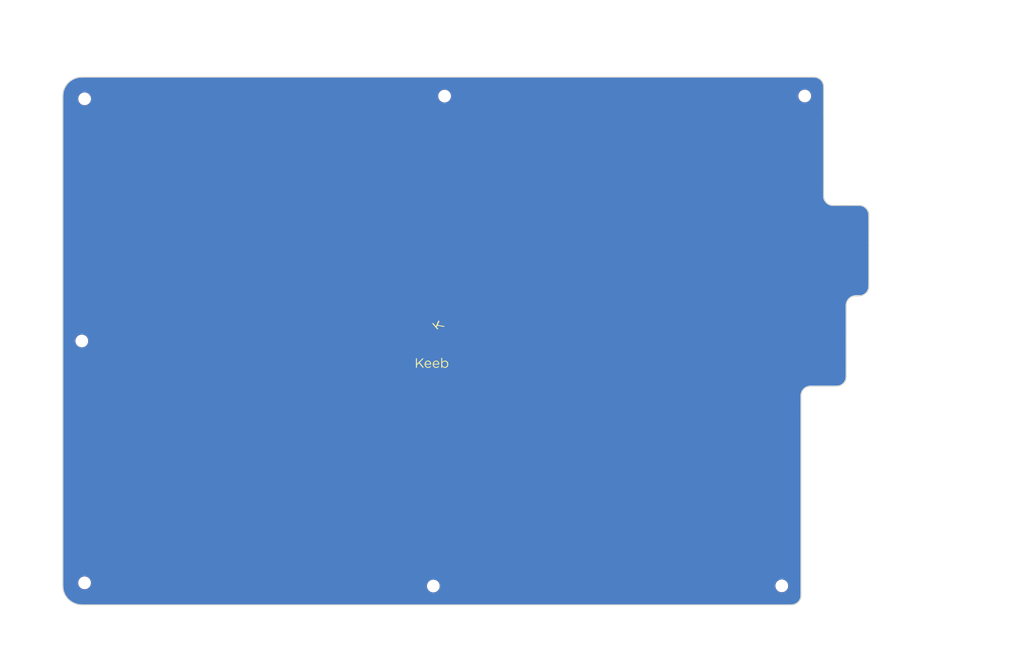
<source format=kicad_pcb>
(kicad_pcb (version 20221018) (generator pcbnew)
  (layers (0 "F.Cu" signal) (31 "B.Cu" signal) (34 "B.Paste" user) (35 "F.Paste" user) (36 "B.SilkS" user "B.Silkscreen") (37 "F.SilkS" user "F.Silkscreen") (38 "B.Mask" user) (39 "F.Mask" user) (44 "Edge.Cuts" user))
  (net 0 "")
  (footprint "Keebio-Art:Keebio-TwoTone" (layer "F.Cu") (at 98 73.86)
    (fp_text reference "G***" hide)
    (fp_text value "LOGO" hide)
  )
  (footprint "Mounting_Holes:MountingHole_2.2mm_M2" (layer "B.Cu") (at 175.22 22.21 180)
    (fp_text reference "REF**" hide)
    (fp_text value "MountingHole_2.2mm_M2" hide)
    (pad "" np_thru_hole circle (at 0 0 180) (size 2.2 2.2) (drill 2.2) (layers "*.Cu" "*.Mask"))
  )
  (footprint "Mounting_Holes:MountingHole_2.2mm_M2" (layer "B.Cu") (at 170.38 125.49 180)
    (fp_text reference "REF**" hide)
    (fp_text value "MountingHole_2.2mm_M2" hide)
    (pad "" np_thru_hole circle (at 0 0 180) (size 2.2 2.2) (drill 2.2) (layers "*.Cu" "*.Mask"))
  )
  (footprint "Mounting_Holes:MountingHole_2.2mm_M2" (layer "B.Cu") (at 96.92 125.53 180)
    (fp_text reference "REF**" hide)
    (fp_text value "MountingHole_2.2mm_M2" hide)
    (pad "" np_thru_hole circle (at 0 0 180) (size 2.2 2.2) (drill 2.2) (layers "*.Cu" "*.Mask"))
  )
  (footprint "Mounting_Holes:MountingHole_2.2mm_M2" (layer "B.Cu") (at 23.38 124.86 180)
    (fp_text reference "REF**" hide)
    (fp_text value "MountingHole_2.2mm_M2" hide)
    (pad "" np_thru_hole circle (at 0 0 180) (size 2.2 2.2) (drill 2.2) (layers "*.Cu" "*.Mask"))
  )
  (footprint "Mounting_Holes:MountingHole_2.2mm_M2" (layer "B.Cu") (at 22.8 73.86 180)
    (fp_text reference "REF**" hide)
    (fp_text value "MountingHole_2.2mm_M2" hide)
    (pad "" np_thru_hole circle (at 0 0 180) (size 2.2 2.2) (drill 2.2) (layers "*.Cu" "*.Mask"))
  )
  (footprint "Mounting_Holes:MountingHole_2.2mm_M2" (layer "B.Cu") (at 23.39 22.81 180)
    (fp_text reference "REF**" hide)
    (fp_text value "MountingHole_2.2mm_M2" hide)
    (pad "" np_thru_hole circle (at 0 0 180) (size 2.2 2.2) (drill 2.2) (layers "*.Cu" "*.Mask"))
  )
  (footprint "Mounting_Holes:MountingHole_2.2mm_M2" (layer "B.Cu") (at 99.29 22.23 180)
    (fp_text reference "REF**" hide)
    (fp_text value "MountingHole_2.2mm_M2" hide)
    (pad "" np_thru_hole circle (at 0 0 180) (size 2.2 2.2) (drill 2.2) (layers "*.Cu" "*.Mask"))
  )
  (gr_line (start 179.194115 21.424505) (end 179.194115 21.736417) (stroke (width 0.2)) (layer "Edge.Cuts"))
  (gr_line (start 186.3256 45.285018) (end 186.491101 45.285018) (stroke (width 0.2)) (layer "Edge.Cuts"))
  (gr_line (start 19.763478 19.624332) (end 19.637735 19.777661) (stroke (width 0.2)) (layer "Edge.Cuts"))
  (gr_line (start 187.920685 45.685876) (end 188.018542 45.76441) (stroke (width 0.2)) (layer "Edge.Cuts"))
  (gr_line (start 188.680334 62.730102) (end 188.650733 62.856311) (stroke (width 0.2)) (layer "Edge.Cuts"))
  (gr_line (start 186.279951 64.335018) (end 186.234247 64.335018) (stroke (width 0.2)) (layer "Edge.Cuts"))
  (gr_line (start 174.387868 127.900649) (end 174.406583 127.799178) (stroke (width 0.2)) (layer "Edge.Cuts"))
  (gr_line (start 174.264012 128.286565) (end 174.302049 128.193358) (stroke (width 0.2)) (layer "Edge.Cuts"))
  (gr_line (start 188.719352 57.734389) (end 188.719352 58.568959) (stroke (width 0.2)) (layer "Edge.Cuts"))
  (gr_line (start 178.709442 18.929669) (end 178.642914 18.856246) (stroke (width 0.2)) (layer "Edge.Cuts"))
  (gr_line (start 21.0094 18.65426) (end 20.832909 18.747995) (stroke (width 0.2)) (layer "Edge.Cuts"))
  (gr_line (start 172.745295 129.460467) (end 172.846766 129.441752) (stroke (width 0.2)) (layer "Edge.Cuts"))
  (gr_line (start 181.126741 45.283905) (end 181.20091 45.285018) (stroke (width 0.2)) (layer "Edge.Cuts"))
  (gr_line (start 184.396247 65.084114) (end 184.320754 65.18445) (stroke (width 0.2)) (layer "Edge.Cuts"))
  (gr_line (start 181.950057 83.385018) (end 181.897274 83.385018) (stroke (width 0.2)) (layer "Edge.Cuts"))
  (gr_line (start 176.825806 83.385018) (end 176.66032 83.385018) (stroke (width 0.2)) (layer "Edge.Cuts"))
  (gr_line (start 180.72065 83.385018) (end 180.423301 83.385018) (stroke (width 0.2)) (layer "Edge.Cuts"))
  (gr_line (start 188.424668 46.239536) (end 188.487301 46.349092) (stroke (width 0.2)) (layer "Edge.Cuts"))
  (gr_line (start 179.194115 27.749313) (end 179.194115 28.426971) (stroke (width 0.2)) (layer "Edge.Cuts"))
  (gr_line (start 174.43211 86.610619) (end 174.43211 87.717073) (stroke (width 0.2)) (layer "Edge.Cuts"))
  (gr_line (start 179.194115 30.050104) (end 179.194115 30.967753) (stroke (width 0.2)) (layer "Edge.Cuts"))
  (gr_line (start 186.919714 64.325105) (end 186.786704 64.333905) (stroke (width 0.2)) (layer "Edge.Cuts"))
  (gr_line (start 188.719352 62.33501) (end 188.714923 62.469171) (stroke (width 0.2)) (layer "Edge.Cuts"))
  (gr_line (start 183.805841 82.148819) (end 183.753588 82.264558) (stroke (width 0.2)) (layer "Edge.Cuts"))
  (gr_line (start 172.946378 129.417999) (end 173.043994 129.389346) (stroke (width 0.2)) (layer "Edge.Cuts"))
  (gr_line (start 179.194115 39.018491) (end 179.194115 39.904837) (stroke (width 0.2)) (layer "Edge.Cuts"))
  (gr_line (start 187.970242 63.895635) (end 187.869905 63.97113) (stroke (width 0.2)) (layer "Edge.Cuts"))
  (gr_line (start 18.816145 125.906974) (end 18.843222 126.113358) (stroke (width 0.2)) (layer "Edge.Cuts"))
  (gr_line (start 186.507694 64.335018) (end 186.464323 64.335018) (stroke (width 0.2)) (layer "Edge.Cuts"))
  (gr_line (start 176.037005 83.424035) (end 175.910796 83.453635) (stroke (width 0.2)) (layer "Edge.Cuts"))
  (gr_line (start 188.719352 61.262504) (end 188.719352 61.713305) (stroke (width 0.2)) (layer "Edge.Cuts"))
  (gr_line (start 180.735522 45.232195) (end 180.863231 45.257776) (stroke (width 0.2)) (layer "Edge.Cuts"))
  (gr_line (start 186.122904 45.285018) (end 186.3256 45.285018) (stroke (width 0.2)) (layer "Edge.Cuts"))
  (gr_line (start 177.300325 18.237783) (end 177.194108 18.235011) (stroke (width 0.2)) (layer "Edge.Cuts"))
  (gr_line (start 186.108022 64.335018) (end 186.071651 64.335018) (stroke (width 0.2)) (layer "Edge.Cuts"))
  (gr_line (start 19.637735 127.942339) (end 19.763478 128.09567) (stroke (width 0.2)) (layer "Edge.Cuts"))
  (gr_line (start 20.832909 128.972013) (end 21.0094 129.065749) (stroke (width 0.2)) (layer "Edge.Cuts"))
  (gr_line (start 179.191343 20.128779) (end 179.183118 20.024006) (stroke (width 0.2)) (layer "Edge.Cuts"))
  (gr_line (start 176.458957 83.385018) (end 176.432096 83.385018) (stroke (width 0.2)) (layer "Edge.Cuts"))
  (gr_line (start 174.43211 125.745874) (end 174.43211 126.689151) (stroke (width 0.2)) (layer "Edge.Cuts"))
  (gr_line (start 20.036621 19.337395) (end 19.896532 19.477484) (stroke (width 0.2)) (layer "Edge.Cuts"))
  (gr_line (start 174.43211 94.805247) (end 174.43211 97.071116) (stroke (width 0.2)) (layer "Edge.Cuts"))
  (gr_line (start 177.90247 18.364078) (end 177.806989 18.330665) (stroke (width 0.2)) (layer "Edge.Cuts"))
  (gr_line (start 173.580015 129.122282) (end 173.659783 129.063203) (stroke (width 0.2)) (layer "Edge.Cuts"))
  (gr_line (start 183.956873 76.784389) (end 183.956873 77.618959) (stroke (width 0.2)) (layer "Edge.Cuts"))
  (gr_line (start 183.966785 66.134634) (end 183.957986 66.267644) (stroke (width 0.2)) (layer "Edge.Cuts"))
  (gr_line (start 179.194115 32.945656) (end 179.194115 33.978084) (stroke (width 0.2)) (layer "Edge.Cuts"))
  (gr_line (start 18.799695 125.697425) (end 18.816145 125.906974) (stroke (width 0.2)) (layer "Edge.Cuts"))
  (gr_line (start 179.194115 31.937575) (end 179.194115 32.945656) (stroke (width 0.2)) (layer "Edge.Cuts"))
  (gr_line (start 174.43211 101.954971) (end 174.43211 104.504252) (stroke (width 0.2)) (layer "Edge.Cuts"))
  (gr_line (start 179.169579 19.920815) (end 179.150864 19.819344) (stroke (width 0.2)) (layer "Edge.Cuts"))
  (gr_line (start 186.621319 64.335018) (end 186.586814 64.335018) (stroke (width 0.2)) (layer "Edge.Cuts"))
  (gr_line (start 175.787798 83.491065) (end 175.66829 83.536047) (stroke (width 0.2)) (layer "Edge.Cuts"))
  (gr_line (start 19.637735 19.777661) (end 19.519579 19.937196) (stroke (width 0.2)) (layer "Edge.Cuts"))
  (gr_line (start 187.65526 64.102967) (end 187.541512 64.15875) (stroke (width 0.2)) (layer "Edge.Cuts"))
  (gr_line (start 188.719352 60.710389) (end 188.719352 61.262504) (stroke (width 0.2)) (layer "Edge.Cuts"))
  (gr_line (start 179.211643 43.550961) (end 179.233132 43.680102) (stroke (width 0.2)) (layer "Edge.Cuts"))
  (gr_line (start 181.466183 83.385018) (end 181.2466 83.385018) (stroke (width 0.2)) (layer "Edge.Cuts"))
  (gr_line (start 19.519579 127.782804) (end 19.637735 127.942339) (stroke (width 0.2)) (layer "Edge.Cuts"))
  (gr_line (start 179.194115 27.179478) (end 179.194115 27.749313) (stroke (width 0.2)) (layer "Edge.Cuts"))
  (gr_line (start 179.194115 25.192132) (end 179.194115 25.463652) (stroke (width 0.2)) (layer "Edge.Cuts"))
  (gr_line (start 183.753588 82.264558) (end 183.694345 82.376246) (stroke (width 0.2)) (layer "Edge.Cuts"))
  (gr_line (start 179.194115 40.718142) (end 179.194115 41.444494) (stroke (width 0.2)) (layer "Edge.Cuts"))
  (gr_line (start 183.107427 83.02113) (end 183.002339 83.090334) (stroke (width 0.2)) (layer "Edge.Cuts"))
  (gr_line (start 185.312561 64.441065) (end 185.193053 64.486047) (stroke (width 0.2)) (layer "Edge.Cuts"))
  (gr_line (start 183.957986 66.267644) (end 183.956873 66.353552) (stroke (width 0.2)) (layer "Edge.Cuts"))
  (gr_line (start 19.519579 19.937196) (end 19.409287 20.102659) (stroke (width 0.2)) (layer "Edge.Cuts"))
  (gr_line (start 185.960566 64.335018) (end 185.956859 64.335018) (stroke (width 0.2)) (layer "Edge.Cuts"))
  (gr_line (start 184.709294 45.285018) (end 185.030338 45.285018) (stroke (width 0.2)) (layer "Edge.Cuts"))
  (gr_line (start 22.165759 18.284082) (end 21.962818 18.321511) (stroke (width 0.2)) (layer "Edge.Cuts"))
  (gr_line (start 179.757911 44.676894) (end 179.847906 44.76413) (stroke (width 0.2)) (layer "Edge.Cuts"))
  (gr_line (start 188.650733 62.856311) (end 188.613301 62.979311) (stroke (width 0.2)) (layer "Edge.Cuts"))
  (gr_line (start 181.796029 83.385018) (end 181.650829 83.385018) (stroke (width 0.2)) (layer "Edge.Cuts"))
  (gr_line (start 20.661794 128.86986) (end 20.832909 128.972013) (stroke (width 0.2)) (layer "Edge.Cuts"))
  (gr_line (start 186.786704 64.333905) (end 186.718405 64.335018) (stroke (width 0.2)) (layer "Edge.Cuts"))
  (gr_line (start 183.477472 82.684208) (end 183.393066 82.776894) (stroke (width 0.2)) (layer "Edge.Cuts"))
  (gr_line (start 174.00932 128.713667) (end 174.068399 128.633899) (stroke (width 0.2)) (layer "Edge.Cuts"))
  (gr_line (start 179.194115 21.138296) (end 179.194115 21.424505) (stroke (width 0.2)) (layer "Edge.Cuts"))
  (gr_line (start 179.098458 19.622117) (end 179.065045 19.526637) (stroke (width 0.2)) (layer "Edge.Cuts"))
  (gr_line (start 186.719345 45.285018) (end 186.853505 45.289446) (stroke (width 0.2)) (layer "Edge.Cuts"))
  (gr_line (start 186.464323 64.335018) (end 186.419241 64.335018) (stroke (width 0.2)) (layer "Edge.Cuts"))
  (gr_line (start 179.194115 20.234996) (end 179.191343 20.128779) (stroke (width 0.2)) (layer "Edge.Cuts"))
  (gr_line (start 180.423301 83.385018) (end 180.109046 83.385018) (stroke (width 0.2)) (layer "Edge.Cuts"))
  (gr_line (start 183.956873 77.618959) (end 183.956873 78.401335) (stroke (width 0.2)) (layer "Edge.Cuts"))
  (gr_line (start 186.71112 64.335018) (end 186.697147 64.335018) (stroke (width 0.2)) (layer "Edge.Cuts"))
  (gr_line (start 184.043245 65.751786) (end 184.009694 65.876425) (stroke (width 0.2)) (layer "Edge.Cuts"))
  (gr_line (start 177.806989 18.330665) (end 177.709373 18.302013) (stroke (width 0.2)) (layer "Edge.Cuts"))
  (gr_line (start 21.0094 129.065749) (end 21.19099 129.150792) (stroke (width 0.2)) (layer "Edge.Cuts"))
  (gr_line (start 175.440865 83.64754) (end 175.333509 83.713493) (stroke (width 0.2)) (layer "Edge.Cuts"))
  (gr_line (start 181.354951 45.285018) (end 181.500164 45.285018) (stroke (width 0.2)) (layer "Edge.Cuts"))
  (gr_line (start 182.287736 83.357776) (end 182.157236 83.375105) (stroke (width 0.2)) (layer "Edge.Cuts"))
  (gr_line (start 179.194115 42.580687) (end 179.194115 42.962703) (stroke (width 0.2)) (layer "Edge.Cuts"))
  (gr_line (start 179.194115 20.662575) (end 179.194115 20.882688) (stroke (width 0.2)) (layer "Edge.Cuts"))
  (gr_line (start 19.763478 128.09567) (end 19.896532 128.242518) (stroke (width 0.2)) (layer "Edge.Cuts"))
  (gr_line (start 174.43211 99.465808) (end 174.43211 101.954971) (stroke (width 0.2)) (layer "Edge.Cuts"))
  (gr_line (start 21.19099 18.569218) (end 21.0094 18.65426) (stroke (width 0.2)) (layer "Edge.Cuts"))
  (gr_line (start 180.996586 83.385018) (end 180.72065 83.385018) (stroke (width 0.2)) (layer "Edge.Cuts"))
  (gr_line (start 188.279969 46.034114) (end 188.355464 46.13445) (stroke (width 0.2)) (layer "Edge.Cuts"))
  (gr_line (start 179.194115 23.510174) (end 179.194115 23.873493) (stroke (width 0.2)) (layer "Edge.Cuts"))
  (gr_line (start 188.719352 54.119798) (end 188.719352 55.040332) (stroke (width 0.2)) (layer "Edge.Cuts"))
  (gr_line (start 179.194115 38.073016) (end 179.194115 39.018491) (stroke (width 0.2)) (layer "Edge.Cuts"))
  (gr_line (start 180.993731 45.275105) (end 181.126741 45.283905) (stroke (width 0.2)) (layer "Edge.Cuts"))
  (gr_line (start 18.843222 126.113358) (end 18.880651 126.316301) (stroke (width 0.2)) (layer "Edge.Cuts"))
  (gr_line (start 174.459351 85.054134) (end 174.442022 85.184634) (stroke (width 0.2)) (layer "Edge.Cuts"))
  (gr_line (start 178.499444 18.719674) (end 178.422778 18.656802) (stroke (width 0.2)) (layer "Edge.Cuts"))
  (gr_line (start 178.886541 19.168832) (end 178.831394 19.086101) (stroke (width 0.2)) (layer "Edge.Cuts"))
  (gr_line (start 19.409287 20.102659) (end 19.307135 20.273775) (stroke (width 0.2)) (layer "Edge.Cuts"))
  (gr_line (start 174.795991 84.23445) (end 174.726788 84.339536) (stroke (width 0.2)) (layer "Edge.Cuts"))
  (gr_line (start 179.194115 25.902655) (end 179.194115 26.060345) (stroke (width 0.2)) (layer "Edge.Cuts"))
  (gr_line (start 179.194115 20.882688) (end 179.194115 21.138296) (stroke (width 0.2)) (layer "Edge.Cuts"))
  (gr_line (start 177.028485 83.385018) (end 176.825806 83.385018) (stroke (width 0.2)) (layer "Edge.Cuts"))
  (gr_line (start 185.887522 45.285018) (end 186.122904 45.285018) (stroke (width 0.2)) (layer "Edge.Cuts"))
  (gr_line (start 174.43211 112.169271) (end 174.43211 114.615493) (stroke (width 0.2)) (layer "Edge.Cuts"))
  (gr_line (start 19.307135 20.273775) (end 19.2134 20.450267) (stroke (width 0.2)) (layer "Edge.Cuts"))
  (gr_line (start 185.030338 45.285018) (end 185.33673 45.285018) (stroke (width 0.2)) (layer "Edge.Cuts"))
  (gr_line (start 21.962818 18.321511) (end 21.763594 18.369016) (stroke (width 0.2)) (layer "Edge.Cuts"))
  (gr_line (start 174.43211 89.124115) (end 174.43211 90.797394) (stroke (width 0.2)) (layer "Edge.Cuts"))
  (gr_line (start 186.586814 64.335018) (end 186.548732 64.335018) (stroke (width 0.2)) (layer "Edge.Cuts"))
  (gr_line (start 183.956873 68.9509) (end 183.956873 69.702575) (stroke (width 0.2)) (layer "Edge.Cuts"))
  (gr_line (start 18.816145 21.813019) (end 18.799695 22.022567) (stroke (width 0.2)) (layer "Edge.Cuts"))
  (gr_line (start 173.736449 129.00033) (end 173.809873 128.933802) (stroke (width 0.2)) (layer "Edge.Cuts"))
  (gr_line (start 183.956873 80.312504) (end 183.956873 80.763305) (stroke (width 0.2)) (layer "Edge.Cuts"))
  (gr_line (start 174.433223 85.317644) (end 174.43211 85.43689) (stroke (width 0.2)) (layer "Edge.Cuts"))
  (gr_line (start 174.43211 121.146862) (end 174.43211 122.940377) (stroke (width 0.2)) (layer "Edge.Cuts"))
  (gr_line (start 22.372141 129.463009) (end 22.581688 129.479458) (stroke (width 0.2)) (layer "Edge.Cuts"))
  (gr_line (start 180.043547 44.92113) (end 180.148633 44.990334) (stroke (width 0.2)) (layer "Edge.Cuts"))
  (gr_line (start 183.956873 66.773139) (end 183.956873 67.168677) (stroke (width 0.2)) (layer "Edge.Cuts"))
  (gr_line (start 179.127111 19.719732) (end 179.098458 19.622117) (stroke (width 0.2)) (layer "Edge.Cuts"))
  (gr_line (start 174.068399 128.633899) (end 174.123546 128.551166) (stroke (width 0.2)) (layer "Edge.Cuts"))
  (gr_line (start 183.952445 81.519171) (end 183.939345 81.650961) (stroke (width 0.2)) (layer "Edge.Cuts"))
  (gr_line (start 176.297935 83.389446) (end 176.166145 83.402545) (stroke (width 0.2)) (layer "Edge.Cuts"))
  (gr_line (start 175.910796 83.453635) (end 175.787798 83.491065) (stroke (width 0.2)) (layer "Edge.Cuts"))
  (gr_line (start 20.336797 19.078596) (end 20.183468 19.20434) (stroke (width 0.2)) (layer "Edge.Cuts"))
  (gr_line (start 176.166145 83.402545) (end 176.037005 83.424035) (stroke (width 0.2)) (layer "Edge.Cuts"))
  (gr_line (start 186.718405 64.335018) (end 186.71112 64.335018) (stroke (width 0.2)) (layer "Edge.Cuts"))
  (gr_line (start 179.456638 44.276246) (end 179.52259 44.383604) (stroke (width 0.2)) (layer "Edge.Cuts"))
  (gr_line (start 188.719352 50.652575) (end 188.719352 51.462583) (stroke (width 0.2)) (layer "Edge.Cuts"))
  (gr_line (start 21.763594 129.350996) (end 21.962818 129.398501) (stroke (width 0.2)) (layer "Edge.Cuts"))
  (gr_line (start 172.53733 129.482231) (end 172.642103 129.474006) (stroke (width 0.2)) (layer "Edge.Cuts"))
  (gr_line (start 19.052286 126.901721) (end 19.128358 127.088137) (stroke (width 0.2)) (layer "Edge.Cuts"))
  (gr_line (start 182.154463 45.285018) (end 182.430422 45.285018) (stroke (width 0.2)) (layer "Edge.Cuts"))
  (gr_line (start 179.847906 44.76413) (end 179.943211 44.845635) (stroke (width 0.2)) (layer "Edge.Cuts"))
  (gr_line (start 172.846766 129.441752) (end 172.946378 129.417999) (stroke (width 0.2)) (layer "Edge.Cuts"))
  (gr_line (start 184.009694 65.876425) (end 183.984114 66.004134) (stroke (width 0.2)) (layer "Edge.Cuts"))
  (gr_line (start 185.822698 64.339446) (end 185.690908 64.352545) (stroke (width 0.2)) (layer "Edge.Cuts"))
  (gr_line (start 174.43211 116.950067) (end 174.43211 119.138642) (stroke (width 0.2)) (layer "Edge.Cuts"))
  (gr_line (start 178.773134 83.385018) (end 178.441974 83.385018) (stroke (width 0.2)) (layer "Edge.Cuts"))
  (gr_line (start 184.564986 64.898814) (end 184.477751 64.988809) (stroke (width 0.2)) (layer "Edge.Cuts"))
  (gr_line (start 179.194115 43.202115) (end 179.194115 43.28501) (stroke (width 0.2)) (layer "Edge.Cuts"))
  (gr_line (start 186.039168 64.335018) (end 186.011196 64.335018) (stroke (width 0.2)) (layer "Edge.Cuts"))
  (gr_line (start 178.441974 83.385018) (end 178.120957 83.385018) (stroke (width 0.2)) (layer "Edge.Cuts"))
  (gr_line (start 21.19099 129.150792) (end 21.377404 129.226865) (stroke (width 0.2)) (layer "Edge.Cuts"))
  (gr_line (start 179.194115 35.020947) (end 179.194115 36.060332) (stroke (width 0.2)) (layer "Edge.Cuts"))
  (gr_line (start 177.709373 18.302013) (end 177.609761 18.278261) (stroke (width 0.2)) (layer "Edge.Cuts"))
  (gr_line (start 174.43211 85.43689) (end 174.43211 85.839107) (stroke (width 0.2)) (layer "Edge.Cuts"))
  (gr_line (start 178.772315 19.006334) (end 178.709442 18.929669) (stroke (width 0.2)) (layer "Edge.Cuts"))
  (gr_line (start 188.719352 56.859908) (end 188.719352 57.734389) (stroke (width 0.2)) (layer "Edge.Cuts"))
  (gr_line (start 179.300163 43.929311) (end 179.345144 44.048819) (stroke (width 0.2)) (layer "Edge.Cuts"))
  (gr_line (start 179.194115 39.904837) (end 179.194115 40.718142) (stroke (width 0.2)) (layer "Edge.Cuts"))
  (gr_line (start 188.719352 53.208475) (end 188.719352 54.119798) (stroke (width 0.2)) (layer "Edge.Cuts"))
  (gr_line (start 188.719352 49.9009) (end 188.719352 50.652575) (stroke (width 0.2)) (layer "Edge.Cuts"))
  (gr_line (start 174.406583 127.799178) (end 174.420123 127.695986) (stroke (width 0.2)) (layer "Edge.Cuts"))
  (gr_line (start 183.956873 80.763305) (end 183.956873 81.10051) (stroke (width 0.2)) (layer "Edge.Cuts"))
  (gr_line (start 185.690908 64.352545) (end 185.561769 64.374035) (stroke (width 0.2)) (layer "Edge.Cuts"))
  (gr_line (start 184.378105 45.285018) (end 184.709294 45.285018) (stroke (width 0.2)) (layer "Edge.Cuts"))
  (gr_line (start 183.956873 73.169798) (end 183.956873 74.090332) (stroke (width 0.2)) (layer "Edge.Cuts"))
  (gr_line (start 186.071651 64.335018) (end 186.039168 64.335018) (stroke (width 0.2)) (layer "Edge.Cuts"))
  (gr_line (start 183.556007 82.586351) (end 183.477472 82.684208) (stroke (width 0.2)) (layer "Edge.Cuts"))
  (gr_line (start 186.985296 45.302545) (end 187.114436 45.324035) (stroke (width 0.2)) (layer "Edge.Cuts"))
  (gr_line (start 184.084485 65.630497) (end 184.043245 65.751786) (stroke (width 0.2)) (layer "Edge.Cuts"))
  (gr_line (start 188.516067 63.214558) (end 188.456823 63.326246) (stroke (width 0.2)) (layer "Edge.Cuts"))
  (gr_line (start 172.642103 129.474006) (end 172.745295 129.460467) (stroke (width 0.2)) (layer "Edge.Cuts"))
  (gr_line (start 180.610883 45.198644) (end 180.735522 45.232195) (stroke (width 0.2)) (layer "Edge.Cuts"))
  (gr_line (start 180.109046 83.385018) (end 179.782394 83.385018) (stroke (width 0.2)) (layer "Edge.Cuts"))
  (gr_line (start 188.018542 45.76441) (end 188.111228 45.848814) (stroke (width 0.2)) (layer "Edge.Cuts"))
  (gr_line (start 185.077316 64.538298) (end 184.965629 64.59754) (stroke (width 0.2)) (layer "Edge.Cuts"))
  (gr_line (start 185.971273 64.335018) (end 185.960566 64.335018) (stroke (width 0.2)) (layer "Edge.Cuts"))
  (gr_line (start 183.939345 81.650961) (end 183.917855 81.780102) (stroke (width 0.2)) (layer "Edge.Cuts"))
  (gr_line (start 185.561769 64.374035) (end 185.43556 64.403635) (stroke (width 0.2)) (layer "Edge.Cuts"))
  (gr_line (start 183.956873 79.119239) (end 183.956873 79.760389) (stroke (width 0.2)) (layer "Edge.Cuts"))
  (gr_line (start 186.011196 64.335018) (end 185.988357 64.335018) (stroke (width 0.2)) (layer "Edge.Cuts"))
  (gr_line (start 188.39087 63.433604) (end 188.318485 63.536351) (stroke (width 0.2)) (layer "Edge.Cuts"))
  (gr_line (start 179.194115 20.234996) (end 179.194115 20.264168) (stroke (width 0.2)) (layer "Edge.Cuts"))
  (gr_line (start 19.307135 127.446222) (end 19.409287 127.617339) (stroke (width 0.2)) (layer "Edge.Cuts"))
  (gr_line (start 179.194115 26.418924) (end 179.194115 26.731377) (stroke (width 0.2)) (layer "Edge.Cuts"))
  (gr_line (start 176.536534 83.385018) (end 176.458957 83.385018) (stroke (width 0.2)) (layer "Edge.Cuts"))
  (gr_line (start 187.114436 45.324035) (end 187.240645 45.353635) (stroke (width 0.2)) (layer "Edge.Cuts"))
  (gr_line (start 183.368759 45.285018) (end 183.703329 45.285018) (stroke (width 0.2)) (layer "Edge.Cuts"))
  (gr_line (start 173.411724 129.228506) (end 173.497283 129.177429) (stroke (width 0.2)) (layer "Edge.Cuts"))
  (gr_line (start 175.333509 83.713493) (end 175.230763 83.785876) (stroke (width 0.2)) (layer "Edge.Cuts"))
  (gr_line (start 180.489595 45.157403) (end 180.610883 45.198644) (stroke (width 0.2)) (layer "Edge.Cuts"))
  (gr_line (start 179.194115 24.569532) (end 179.194115 24.89246) (stroke (width 0.2)) (layer "Edge.Cuts"))
  (gr_line (start 179.194115 25.463652) (end 179.194115 25.702125) (stroke (width 0.2)) (layer "Edge.Cuts"))
  (gr_line (start 174.43211 109.645755) (end 174.43211 112.169271) (stroke (width 0.2)) (layer "Edge.Cuts"))
  (gr_line (start 183.956873 74.090332) (end 183.956873 75.007795) (stroke (width 0.2)) (layer "Edge.Cuts"))
  (gr_line (start 177.995677 18.402114) (end 177.90247 18.364078) (stroke (width 0.2)) (layer "Edge.Cuts"))
  (gr_line (start 21.763594 18.369016) (end 21.568364 18.42632) (stroke (width 0.2)) (layer "Edge.Cuts"))
  (gr_line (start 183.30307 82.86413) (end 183.207764 82.945635) (stroke (width 0.2)) (layer "Edge.Cuts"))
  (gr_line (start 178.086473 18.444635) (end 177.995677 18.402114) (stroke (width 0.2)) (layer "Edge.Cuts"))
  (gr_line (start 188.719352 47.723139) (end 188.719352 48.118677) (stroke (width 0.2)) (layer "Edge.Cuts"))
  (gr_line (start 185.623961 45.285018) (end 185.887522 45.285018) (stroke (width 0.2)) (layer "Edge.Cuts"))
  (gr_line (start 178.572868 18.786201) (end 178.499444 18.719674) (stroke (width 0.2)) (layer "Edge.Cuts"))
  (gr_line (start 188.719352 47.303552) (end 188.719352 47.447337) (stroke (width 0.2)) (layer "Edge.Cuts"))
  (gr_line (start 187.869905 63.97113) (end 187.764818 64.040334) (stroke (width 0.2)) (layer "Edge.Cuts"))
  (gr_line (start 188.719352 49.219838) (end 188.719352 49.9009) (stroke (width 0.2)) (layer "Edge.Cuts"))
  (gr_line (start 188.111228 45.848814) (end 188.198464 45.938809) (stroke (width 0.2)) (layer "Edge.Cuts"))
  (gr_line (start 174.43211 122.940377) (end 174.43211 124.484831) (stroke (width 0.2)) (layer "Edge.Cuts"))
  (gr_line (start 181.904428 45.285018) (end 182.154463 45.285018) (stroke (width 0.2)) (layer "Edge.Cuts"))
  (gr_line (start 179.594973 44.486351) (end 179.673507 44.584208) (stroke (width 0.2)) (layer "Edge.Cuts"))
  (gr_line (start 179.027008 19.43343) (end 178.984486 19.342635) (stroke (width 0.2)) (layer "Edge.Cuts"))
  (gr_line (start 178.120957 83.385018) (end 177.814591 83.385018) (stroke (width 0.2)) (layer "Edge.Cuts"))
  (gr_line (start 18.799695 22.022567) (end 18.794151 22.235003) (stroke (width 0.2)) (layer "Edge.Cuts"))
  (gr_line (start 179.194115 22.777415) (end 179.194115 23.143183) (stroke (width 0.2)) (layer "Edge.Cuts"))
  (gr_line (start 174.43211 127.280309) (end 174.43211 127.484996) (stroke (width 0.2)) (layer "Edge.Cuts"))
  (gr_line (start 188.719352 51.462583) (end 188.719352 52.318643) (stroke (width 0.2)) (layer "Edge.Cuts"))
  (gr_line (start 187.541512 64.15875) (end 187.423853 64.207403) (stroke (width 0.2)) (layer "Edge.Cuts"))
  (gr_line (start 184.320754 65.18445) (end 184.251551 65.289536) (stroke (width 0.2)) (layer "Edge.Cuts"))
  (gr_line (start 188.719352 55.040332) (end 188.719352 55.957795) (stroke (width 0.2)) (layer "Edge.Cuts"))
  (gr_line (start 188.714923 62.469171) (end 188.701824 62.600961) (stroke (width 0.2)) (layer "Edge.Cuts"))
  (gr_line (start 183.694345 82.376246) (end 183.628391 82.483604) (stroke (width 0.2)) (layer "Edge.Cuts"))
  (gr_line (start 20.183468 128.515665) (end 20.336797 128.641409) (stroke (width 0.2)) (layer "Edge.Cuts"))
  (gr_line (start 188.613301 62.979311) (end 188.568319 63.098819) (stroke (width 0.2)) (layer "Edge.Cuts"))
  (gr_line (start 174.664156 84.449092) (end 174.608374 84.56284) (stroke (width 0.2)) (layer "Edge.Cuts"))
  (gr_line (start 186.189942 64.335018) (end 186.14766 64.335018) (stroke (width 0.2)) (layer "Edge.Cuts"))
  (gr_line (start 178.831394 19.086101) (end 178.772315 19.006334) (stroke (width 0.2)) (layer "Edge.Cuts"))
  (gr_line (start 179.194115 28.426971) (end 179.194115 29.198539) (stroke (width 0.2)) (layer "Edge.Cuts"))
  (gr_line (start 179.233132 43.680102) (end 179.262732 43.806311) (stroke (width 0.2)) (layer "Edge.Cuts"))
  (gr_line (start 174.518481 84.801786) (end 174.484931 84.926425) (stroke (width 0.2)) (layer "Edge.Cuts"))
  (gr_line (start 178.937618 19.254389) (end 178.886541 19.168832) (stroke (width 0.2)) (layer "Edge.Cuts"))
  (gr_line (start 183.042079 45.285018) (end 183.368759 45.285018) (stroke (width 0.2)) (layer "Edge.Cuts"))
  (gr_line (start 177.263847 83.385018) (end 177.028485 83.385018) (stroke (width 0.2)) (layer "Edge.Cuts"))
  (gr_line (start 177.194108 18.235011) (end 22.794122 18.235011) (stroke (width 0.2)) (layer "Edge.Cuts"))
  (gr_line (start 188.719352 48.62167) (end 188.719352 49.219838) (stroke (width 0.2)) (layer "Edge.Cuts"))
  (gr_line (start 19.128358 20.631859) (end 19.052286 20.818273) (stroke (width 0.2)) (layer "Edge.Cuts"))
  (gr_line (start 184.657671 64.81441) (end 184.564986 64.898814) (stroke (width 0.2)) (layer "Edge.Cuts"))
  (gr_line (start 179.194115 20.482853) (end 179.194115 20.662575) (stroke (width 0.2)) (layer "Edge.Cuts"))
  (gr_line (start 173.659783 129.063203) (end 173.736449 129.00033) (stroke (width 0.2)) (layer "Edge.Cuts"))
  (gr_line (start 188.69211 46.954134) (end 188.70944 47.084634) (stroke (width 0.2)) (layer "Edge.Cuts"))
  (gr_line (start 182.779033 83.20875) (end 182.661374 83.257403) (stroke (width 0.2)) (layer "Edge.Cuts"))
  (gr_line (start 18.880651 21.403692) (end 18.843222 21.606635) (stroke (width 0.2)) (layer "Edge.Cuts"))
  (gr_line (start 177.609761 18.278261) (end 177.50829 18.259546) (stroke (width 0.2)) (layer "Edge.Cuts"))
  (gr_line (start 188.70944 47.084634) (end 188.718239 47.217644) (stroke (width 0.2)) (layer "Edge.Cuts"))
  (gr_line (start 185.33673 45.285018) (end 185.623961 45.285018) (stroke (width 0.2)) (layer "Edge.Cuts"))
  (gr_line (start 188.543084 46.46284) (end 188.591737 46.580497) (stroke (width 0.2)) (layer "Edge.Cuts"))
  (gr_line (start 179.194115 26.060345) (end 179.194115 26.170299) (stroke (width 0.2)) (layer "Edge.Cuts"))
  (gr_line (start 21.568364 129.293692) (end 21.763594 129.350996) (stroke (width 0.2)) (layer "Edge.Cuts"))
  (gr_line (start 188.66653 46.826425) (end 188.69211 46.954134) (stroke (width 0.2)) (layer "Edge.Cuts"))
  (gr_line (start 178.984486 19.342635) (end 178.937618 19.254389) (stroke (width 0.2)) (layer "Edge.Cuts"))
  (gr_line (start 181.897274 83.385018) (end 181.796029 83.385018) (stroke (width 0.2)) (layer "Edge.Cuts"))
  (gr_line (start 20.496331 128.759567) (end 20.661794 128.86986) (stroke (width 0.2)) (layer "Edge.Cuts"))
  (gr_line (start 19.2134 127.269729) (end 19.307135 127.446222) (stroke (width 0.2)) (layer "Edge.Cuts"))
  (gr_line (start 188.719352 60.069239) (end 188.719352 60.710389) (stroke (width 0.2)) (layer "Edge.Cuts"))
  (gr_line (start 173.232682 129.317896) (end 173.323478 129.275374) (stroke (width 0.2)) (layer "Edge.Cuts"))
  (gr_line (start 179.194115 36.060332) (end 179.194115 37.082325) (stroke (width 0.2)) (layer "Edge.Cuts"))
  (gr_line (start 183.956873 78.401335) (end 183.956873 79.119239) (stroke (width 0.2)) (layer "Edge.Cuts"))
  (gr_line (start 179.194115 24.228244) (end 179.194115 24.569532) (stroke (width 0.2)) (layer "Edge.Cuts"))
  (gr_line (start 182.157236 83.375105) (end 182.024225 83.383905) (stroke (width 0.2)) (layer "Edge.Cuts"))
  (gr_line (start 182.540085 83.298644) (end 182.415446 83.332195) (stroke (width 0.2)) (layer "Edge.Cuts"))
  (gr_line (start 184.755526 64.735876) (end 184.657671 64.81441) (stroke (width 0.2)) (layer "Edge.Cuts"))
  (gr_line (start 186.677108 64.335018) (end 186.651624 64.335018) (stroke (width 0.2)) (layer "Edge.Cuts"))
  (gr_line (start 174.364116 128.000261) (end 174.387868 127.900649) (stroke (width 0.2)) (layer "Edge.Cuts"))
  (gr_line (start 185.956859 64.335018) (end 185.822698 64.339446) (stroke (width 0.2)) (layer "Edge.Cuts"))
  (gr_line (start 19.052286 20.818273) (end 18.98546 21.009235) (stroke (width 0.2)) (layer "Edge.Cuts"))
  (gr_line (start 180.863231 45.257776) (end 180.993731 45.275105) (stroke (width 0.2)) (layer "Edge.Cuts"))
  (gr_line (start 179.198543 43.419171) (end 179.211643 43.550961) (stroke (width 0.2)) (layer "Edge.Cuts"))
  (gr_line (start 173.139474 129.355933) (end 173.232682 129.317896) (stroke (width 0.2)) (layer "Edge.Cuts"))
  (gr_line (start 180.371937 45.10875) (end 180.489595 45.157403) (stroke (width 0.2)) (layer "Edge.Cuts"))
  (gr_line (start 172.431113 129.485003) (end 172.53733 129.482231) (stroke (width 0.2)) (layer "Edge.Cuts"))
  (gr_line (start 181.2466 83.385018) (end 180.996586 83.385018) (stroke (width 0.2)) (layer "Edge.Cuts"))
  (gr_line (start 174.302049 128.193358) (end 174.335463 128.097877) (stroke (width 0.2)) (layer "Edge.Cuts"))
  (gr_line (start 179.194115 42.962703) (end 179.194115 43.202115) (stroke (width 0.2)) (layer "Edge.Cuts"))
  (gr_line (start 18.98546 126.710759) (end 19.052286 126.901721) (stroke (width 0.2)) (layer "Edge.Cuts"))
  (gr_line (start 18.843222 21.606635) (end 18.816145 21.813019) (stroke (width 0.2)) (layer "Edge.Cuts"))
  (gr_line (start 179.345144 44.048819) (end 179.397396 44.164558) (stroke (width 0.2)) (layer "Edge.Cuts"))
  (gr_line (start 183.956873 69.702575) (end 183.956873 70.512583) (stroke (width 0.2)) (layer "Edge.Cuts"))
  (gr_line (start 187.817938 45.613493) (end 187.920685 45.685876) (stroke (width 0.2)) (layer "Edge.Cuts"))
  (gr_line (start 179.194115 37.082325) (end 179.194115 38.073016) (stroke (width 0.2)) (layer "Edge.Cuts"))
  (gr_line (start 181.500164 45.285018) (end 181.684825 45.285018) (stroke (width 0.2)) (layer "Edge.Cuts"))
  (gr_line (start 188.155545 63.726894) (end 188.065549 63.81413) (stroke (width 0.2)) (layer "Edge.Cuts"))
  (gr_line (start 188.719352 48.118677) (end 188.719352 48.62167) (stroke (width 0.2)) (layer "Edge.Cuts"))
  (gr_line (start 174.43211 97.071116) (end 174.43211 99.465808) (stroke (width 0.2)) (layer "Edge.Cuts"))
  (gr_line (start 179.194115 22.069136) (end 179.194115 22.417768) (stroke (width 0.2)) (layer "Edge.Cuts"))
  (gr_line (start 174.726788 84.339536) (end 174.664156 84.449092) (stroke (width 0.2)) (layer "Edge.Cuts"))
  (gr_line (start 179.447852 83.385018) (end 179.10993 83.385018) (stroke (width 0.2)) (layer "Edge.Cuts"))
  (gr_line (start 22.165759 129.435931) (end 22.372141 129.463009) (stroke (width 0.2)) (layer "Edge.Cuts"))
  (gr_line (start 187.598892 45.488298) (end 187.71058 45.54754) (stroke (width 0.2)) (layer "Edge.Cuts"))
  (gr_line (start 178.34301 18.597724) (end 178.260278 18.542578) (stroke (width 0.2)) (layer "Edge.Cuts"))
  (gr_line (start 188.632978 46.701786) (end 188.66653 46.826425) (stroke (width 0.2)) (layer "Edge.Cuts"))
  (gr_line (start 188.568319 63.098819) (end 188.516067 63.214558) (stroke (width 0.2)) (layer "Edge.Cuts"))
  (gr_line (start 22.581688 18.240555) (end 22.372141 18.257004) (stroke (width 0.2)) (layer "Edge.Cuts"))
  (gr_line (start 174.484931 84.926425) (end 174.459351 85.054134) (stroke (width 0.2)) (layer "Edge.Cuts"))
  (gr_line (start 179.194115 33.978084) (end 179.194115 35.020947) (stroke (width 0.2)) (layer "Edge.Cuts"))
  (gr_line (start 174.43211 119.138642) (end 174.43211 121.146862) (stroke (width 0.2)) (layer "Edge.Cuts"))
  (gr_line (start 188.719352 61.713305) (end 188.719352 62.05051) (stroke (width 0.2)) (layer "Edge.Cuts"))
  (gr_line (start 177.50829 18.259546) (end 177.405098 18.246007) (stroke (width 0.2)) (layer "Edge.Cuts"))
  (gr_line (start 173.497283 129.177429) (end 173.580015 129.122282) (stroke (width 0.2)) (layer "Edge.Cuts"))
  (gr_line (start 179.397396 44.164558) (end 179.456638 44.276246) (stroke (width 0.2)) (layer "Edge.Cuts"))
  (gr_line (start 186.37307 64.335018) (end 186.326433 64.335018) (stroke (width 0.2)) (layer "Edge.Cuts"))
  (gr_line (start 185.193053 64.486047) (end 185.077316 64.538298) (stroke (width 0.2)) (layer "Edge.Cuts"))
  (gr_line (start 188.487301 46.349092) (end 188.543084 46.46284) (stroke (width 0.2)) (layer "Edge.Cuts"))
  (gr_line (start 19.409287 127.617339) (end 19.519579 127.782804) (stroke (width 0.2)) (layer "Edge.Cuts"))
  (gr_line (start 179.194115 24.89246) (end 179.194115 25.192132) (stroke (width 0.2)) (layer "Edge.Cuts"))
  (gr_line (start 18.794151 125.484989) (end 18.799695 125.697425) (stroke (width 0.2)) (layer "Edge.Cuts"))
  (gr_line (start 179.065045 19.526637) (end 179.027008 19.43343) (stroke (width 0.2)) (layer "Edge.Cuts"))
  (gr_line (start 174.952988 84.038809) (end 174.871484 84.134114) (stroke (width 0.2)) (layer "Edge.Cuts"))
  (gr_line (start 179.194115 26.256031) (end 179.194115 26.418924) (stroke (width 0.2)) (layer "Edge.Cuts"))
  (gr_line (start 181.20091 45.285018) (end 181.253698 45.285018) (stroke (width 0.2)) (layer "Edge.Cuts"))
  (gr_line (start 184.477751 64.988809) (end 184.396247 65.084114) (stroke (width 0.2)) (layer "Edge.Cuts"))
  (gr_line (start 187.71058 45.54754) (end 187.817938 45.613493) (stroke (width 0.2)) (layer "Edge.Cuts"))
  (gr_line (start 178.422778 18.656802) (end 178.34301 18.597724) (stroke (width 0.2)) (layer "Edge.Cuts"))
  (gr_line (start 186.614897 45.285018) (end 186.692481 45.285018) (stroke (width 0.2)) (layer "Edge.Cuts"))
  (gr_line (start 179.10993 83.385018) (end 178.773134 83.385018) (stroke (width 0.2)) (layer "Edge.Cuts"))
  (gr_line (start 22.794122 18.235011) (end 22.581688 18.240555) (stroke (width 0.2)) (layer "Edge.Cuts"))
  (gr_line (start 181.684825 45.285018) (end 181.904428 45.285018) (stroke (width 0.2)) (layer "Edge.Cuts"))
  (gr_line (start 188.065549 63.81413) (end 187.970242 63.895635) (stroke (width 0.2)) (layer "Edge.Cuts"))
  (gr_line (start 179.194115 22.417768) (end 179.194115 22.777415) (stroke (width 0.2)) (layer "Edge.Cuts"))
  (gr_line (start 183.956873 75.007795) (end 183.956873 75.909908) (stroke (width 0.2)) (layer "Edge.Cuts"))
  (gr_line (start 179.194115 23.873493) (end 179.194115 24.228244) (stroke (width 0.2)) (layer "Edge.Cuts"))
  (gr_line (start 175.040223 83.948814) (end 174.952988 84.038809) (stroke (width 0.2)) (layer "Edge.Cuts"))
  (gr_line (start 183.956873 72.258475) (end 183.956873 73.169798) (stroke (width 0.2)) (layer "Edge.Cuts"))
  (gr_line (start 184.133137 65.51284) (end 184.084485 65.630497) (stroke (width 0.2)) (layer "Edge.Cuts"))
  (gr_line (start 182.727797 45.285018) (end 183.042079 45.285018) (stroke (width 0.2)) (layer "Edge.Cuts"))
  (gr_line (start 188.355464 46.13445) (end 188.424668 46.239536) (stroke (width 0.2)) (layer "Edge.Cuts"))
  (gr_line (start 176.432096 83.385018) (end 176.297935 83.389446) (stroke (width 0.2)) (layer "Edge.Cuts"))
  (gr_line (start 21.377404 18.493146) (end 21.19099 18.569218) (stroke (width 0.2)) (layer "Edge.Cuts"))
  (gr_line (start 175.66829 83.536047) (end 175.552552 83.588298) (stroke (width 0.2)) (layer "Edge.Cuts"))
  (gr_line (start 183.956873 81.10051) (end 183.956873 81.311838) (stroke (width 0.2)) (layer "Edge.Cuts"))
  (gr_line (start 177.527385 83.385018) (end 177.263847 83.385018) (stroke (width 0.2)) (layer "Edge.Cuts"))
  (gr_line (start 18.98546 21.009235) (end 18.928156 21.204466) (stroke (width 0.2)) (layer "Edge.Cuts"))
  (gr_line (start 179.262732 43.806311) (end 179.300163 43.929311) (stroke (width 0.2)) (layer "Edge.Cuts"))
  (gr_line (start 179.194115 43.28501) (end 179.198543 43.419171) (stroke (width 0.2)) (layer "Edge.Cuts"))
  (gr_line (start 183.002339 83.090334) (end 182.892782 83.152967) (stroke (width 0.2)) (layer "Edge.Cuts"))
  (gr_line (start 179.194115 21.736417) (end 179.194115 22.069136) (stroke (width 0.2)) (layer "Edge.Cuts"))
  (gr_line (start 22.794122 129.485003) (end 172.431113 129.485003) (stroke (width 0.2)) (layer "Edge.Cuts"))
  (gr_line (start 183.956873 66.353552) (end 183.956873 66.497337) (stroke (width 0.2)) (layer "Edge.Cuts"))
  (gr_line (start 183.917855 81.780102) (end 183.888254 81.906311) (stroke (width 0.2)) (layer "Edge.Cuts"))
  (gr_line (start 183.956873 67.67167) (end 183.956873 68.269838) (stroke (width 0.2)) (layer "Edge.Cuts"))
  (gr_line (start 178.642914 18.856246) (end 178.572868 18.786201) (stroke (width 0.2)) (layer "Edge.Cuts"))
  (gr_line (start 175.552552 83.588298) (end 175.440865 83.64754) (stroke (width 0.2)) (layer "Edge.Cuts"))
  (gr_line (start 179.52259 44.383604) (end 179.594973 44.486351) (stroke (width 0.2)) (layer "Edge.Cuts"))
  (gr_line (start 173.879919 128.863756) (end 173.946447 128.790332) (stroke (width 0.2)) (layer "Edge.Cuts"))
  (gr_line (start 174.335463 128.097877) (end 174.364116 128.000261) (stroke (width 0.2)) (layer "Edge.Cuts"))
  (gr_line (start 186.419241 64.335018) (end 186.37307 64.335018) (stroke (width 0.2)) (layer "Edge.Cuts"))
  (gr_line (start 21.568364 18.42632) (end 21.377404 18.493146) (stroke (width 0.2)) (layer "Edge.Cuts"))
  (gr_line (start 176.66032 83.385018) (end 176.536534 83.385018) (stroke (width 0.2)) (layer "Edge.Cuts"))
  (gr_line (start 179.943211 44.845635) (end 180.043547 44.92113) (stroke (width 0.2)) (layer "Edge.Cuts"))
  (gr_line (start 183.628391 82.483604) (end 183.556007 82.586351) (stroke (width 0.2)) (layer "Edge.Cuts"))
  (gr_line (start 187.764818 64.040334) (end 187.65526 64.102967) (stroke (width 0.2)) (layer "Edge.Cuts"))
  (gr_line (start 186.697147 64.335018) (end 186.677108 64.335018) (stroke (width 0.2)) (layer "Edge.Cuts"))
  (gr_line (start 182.415446 83.332195) (end 182.287736 83.357776) (stroke (width 0.2)) (layer "Edge.Cuts"))
  (gr_line (start 186.651624 64.335018) (end 186.621319 64.335018) (stroke (width 0.2)) (layer "Edge.Cuts"))
  (gr_line (start 179.194115 25.702125) (end 179.194115 25.902655) (stroke (width 0.2)) (layer "Edge.Cuts"))
  (gr_line (start 20.183468 19.20434) (end 20.036621 19.337395) (stroke (width 0.2)) (layer "Edge.Cuts"))
  (gr_line (start 183.207764 82.945635) (end 183.107427 83.02113) (stroke (width 0.2)) (layer "Edge.Cuts"))
  (gr_line (start 175.132908 83.86441) (end 175.040223 83.948814) (stroke (width 0.2)) (layer "Edge.Cuts"))
  (gr_line (start 179.782394 83.385018) (end 179.447852 83.385018) (stroke (width 0.2)) (layer "Edge.Cuts"))
  (gr_line (start 174.123546 128.551166) (end 174.174622 128.465608) (stroke (width 0.2)) (layer "Edge.Cuts"))
  (gr_line (start 173.946447 128.790332) (end 174.00932 128.713667) (stroke (width 0.2)) (layer "Edge.Cuts"))
  (gr_line (start 174.43211 114.615493) (end 174.43211 116.950067) (stroke (width 0.2)) (layer "Edge.Cuts"))
  (gr_line (start 188.198464 45.938809) (end 188.279969 46.034114) (stroke (width 0.2)) (layer "Edge.Cuts"))
  (gr_line (start 188.719352 59.351335) (end 188.719352 60.069239) (stroke (width 0.2)) (layer "Edge.Cuts"))
  (gr_line (start 179.194115 30.967753) (end 179.194115 31.937575) (stroke (width 0.2)) (layer "Edge.Cuts"))
  (gr_line (start 177.814591 83.385018) (end 177.527385 83.385018) (stroke (width 0.2)) (layer "Edge.Cuts"))
  (gr_line (start 179.183118 20.024006) (end 179.169579 19.920815) (stroke (width 0.2)) (layer "Edge.Cuts"))
  (gr_line (start 183.703329 45.285018) (end 184.041281 45.285018) (stroke (width 0.2)) (layer "Edge.Cuts"))
  (gr_line (start 180.25819 45.052967) (end 180.371937 45.10875) (stroke (width 0.2)) (layer "Edge.Cuts"))
  (gr_line (start 174.442022 85.184634) (end 174.433223 85.317644) (stroke (width 0.2)) (layer "Edge.Cuts"))
  (gr_line (start 183.850823 82.029311) (end 183.805841 82.148819) (stroke (width 0.2)) (layer "Edge.Cuts"))
  (gr_line (start 20.036621 128.382609) (end 20.183468 128.515665) (stroke (width 0.2)) (layer "Edge.Cuts"))
  (gr_line (start 181.650829 83.385018) (end 181.466183 83.385018) (stroke (width 0.2)) (layer "Edge.Cuts"))
  (gr_line (start 182.430422 45.285018) (end 182.727797 45.285018) (stroke (width 0.2)) (layer "Edge.Cuts"))
  (gr_line (start 188.456823 63.326246) (end 188.39087 63.433604) (stroke (width 0.2)) (layer "Edge.Cuts"))
  (gr_line (start 178.17472 18.491503) (end 178.086473 18.444635) (stroke (width 0.2)) (layer "Edge.Cuts"))
  (gr_line (start 182.024225 83.383905) (end 181.950057 83.385018) (stroke (width 0.2)) (layer "Edge.Cuts"))
  (gr_line (start 187.302564 64.248644) (end 187.177924 64.282195) (stroke (width 0.2)) (layer "Edge.Cuts"))
  (gr_line (start 187.177924 64.282195) (end 187.050214 64.307776) (stroke (width 0.2)) (layer "Edge.Cuts"))
  (gr_line (start 177.405098 18.246007) (end 177.300325 18.237783) (stroke (width 0.2)) (layer "Edge.Cuts"))
  (gr_line (start 183.393066 82.776894) (end 183.30307 82.86413) (stroke (width 0.2)) (layer "Edge.Cuts"))
  (gr_line (start 174.221491 128.377361) (end 174.264012 128.286565) (stroke (width 0.2)) (layer "Edge.Cuts"))
  (gr_line (start 19.128358 127.088137) (end 19.2134 127.269729) (stroke (width 0.2)) (layer "Edge.Cuts"))
  (gr_line (start 174.43211 92.702556) (end 174.43211 94.805247) (stroke (width 0.2)) (layer "Edge.Cuts"))
  (gr_line (start 185.988357 64.335018) (end 185.971273 64.335018) (stroke (width 0.2)) (layer "Edge.Cuts"))
  (gr_line (start 187.050214 64.307776) (end 186.919714 64.325105) (stroke (width 0.2)) (layer "Edge.Cuts"))
  (gr_line (start 18.794151 125.484989) (end 18.794151 22.235003) (stroke (width 0.2)) (layer "Edge.Cuts"))
  (gr_line (start 179.194115 42.06998) (end 179.194115 42.580687) (stroke (width 0.2)) (layer "Edge.Cuts"))
  (gr_line (start 188.719352 62.05051) (end 188.719352 62.261838) (stroke (width 0.2)) (layer "Edge.Cuts"))
  (gr_line (start 188.318485 63.536351) (end 188.23995 63.634208) (stroke (width 0.2)) (layer "Edge.Cuts"))
  (gr_line (start 188.701824 62.600961) (end 188.680334 62.730102) (stroke (width 0.2)) (layer "Edge.Cuts"))
  (gr_line (start 187.363645 45.391065) (end 187.483154 45.436047) (stroke (width 0.2)) (layer "Edge.Cuts"))
  (gr_line (start 179.150864 19.819344) (end 179.127111 19.719732) (stroke (width 0.2)) (layer "Edge.Cuts"))
  (gr_line (start 186.692481 45.285018) (end 186.719345 45.285018) (stroke (width 0.2)) (layer "Edge.Cuts"))
  (gr_line (start 184.041281 45.285018) (end 184.378105 45.285018) (stroke (width 0.2)) (layer "Edge.Cuts"))
  (gr_line (start 20.832909 18.747995) (end 20.661794 18.850147) (stroke (width 0.2)) (layer "Edge.Cuts"))
  (gr_line (start 22.581688 129.479458) (end 22.794122 129.485003) (stroke (width 0.2)) (layer "Edge.Cuts"))
  (gr_line (start 180.148633 44.990334) (end 180.25819 45.052967) (stroke (width 0.2)) (layer "Edge.Cuts"))
  (gr_line (start 184.188919 65.399092) (end 184.133137 65.51284) (stroke (width 0.2)) (layer "Edge.Cuts"))
  (gr_line (start 174.174622 128.465608) (end 174.221491 128.377361) (stroke (width 0.2)) (layer "Edge.Cuts"))
  (gr_line (start 181.253698 45.285018) (end 181.354951 45.285018) (stroke (width 0.2)) (layer "Edge.Cuts"))
  (gr_line (start 18.880651 126.316301) (end 18.928156 126.515527) (stroke (width 0.2)) (layer "Edge.Cuts"))
  (gr_line (start 174.43211 124.484831) (end 174.43211 125.745874) (stroke (width 0.2)) (layer "Edge.Cuts"))
  (gr_line (start 183.888254 81.906311) (end 183.850823 82.029311) (stroke (width 0.2)) (layer "Edge.Cuts"))
  (gr_line (start 179.194115 20.264168) (end 179.194115 20.348419) (stroke (width 0.2)) (layer "Edge.Cuts"))
  (gr_line (start 179.194115 26.227623) (end 179.194115 26.256031) (stroke (width 0.2)) (layer "Edge.Cuts"))
  (gr_line (start 173.809873 128.933802) (end 173.879919 128.863756) (stroke (width 0.2)) (layer "Edge.Cuts"))
  (gr_line (start 187.423853 64.207403) (end 187.302564 64.248644) (stroke (width 0.2)) (layer "Edge.Cuts"))
  (gr_line (start 183.956873 71.368643) (end 183.956873 72.258475) (stroke (width 0.2)) (layer "Edge.Cuts"))
  (gr_line (start 179.194115 26.170299) (end 179.194115 26.227623) (stroke (width 0.2)) (layer "Edge.Cuts"))
  (gr_line (start 175.230763 83.785876) (end 175.132908 83.86441) (stroke (width 0.2)) (layer "Edge.Cuts"))
  (gr_line (start 183.956873 75.909908) (end 183.956873 76.784389) (stroke (width 0.2)) (layer "Edge.Cuts"))
  (gr_line (start 183.956873 79.760389) (end 183.956873 80.312504) (stroke (width 0.2)) (layer "Edge.Cuts"))
  (gr_line (start 20.661794 18.850147) (end 20.496331 18.96044) (stroke (width 0.2)) (layer "Edge.Cuts"))
  (gr_line (start 174.559722 84.680497) (end 174.518481 84.801786) (stroke (width 0.2)) (layer "Edge.Cuts"))
  (gr_line (start 174.43211 104.504252) (end 174.43211 107.079298) (stroke (width 0.2)) (layer "Edge.Cuts"))
  (gr_line (start 179.194115 20.348419) (end 179.194115 20.482853) (stroke (width 0.2)) (layer "Edge.Cuts"))
  (gr_line (start 182.892782 83.152967) (end 182.779033 83.20875) (stroke (width 0.2)) (layer "Edge.Cuts"))
  (gr_line (start 188.23995 63.634208) (end 188.155545 63.726894) (stroke (width 0.2)) (layer "Edge.Cuts"))
  (gr_line (start 186.14766 64.335018) (end 186.108022 64.335018) (stroke (width 0.2)) (layer "Edge.Cuts"))
  (gr_line (start 173.043994 129.389346) (end 173.139474 129.355933) (stroke (width 0.2)) (layer "Edge.Cuts"))
  (gr_line (start 183.984114 66.004134) (end 183.966785 66.134634) (stroke (width 0.2)) (layer "Edge.Cuts"))
  (gr_line (start 18.928156 21.204466) (end 18.880651 21.403692) (stroke (width 0.2)) (layer "Edge.Cuts"))
  (gr_line (start 183.956873 67.168677) (end 183.956873 67.67167) (stroke (width 0.2)) (layer "Edge.Cuts"))
  (gr_line (start 174.608374 84.56284) (end 174.559722 84.680497) (stroke (width 0.2)) (layer "Edge.Cuts"))
  (gr_line (start 174.43211 85.839107) (end 174.43211 86.610619) (stroke (width 0.2)) (layer "Edge.Cuts"))
  (gr_line (start 188.719352 52.318643) (end 188.719352 53.208475) (stroke (width 0.2)) (layer "Edge.Cuts"))
  (gr_line (start 185.43556 64.403635) (end 185.312561 64.441065) (stroke (width 0.2)) (layer "Edge.Cuts"))
  (gr_line (start 19.896532 128.242518) (end 20.036621 128.382609) (stroke (width 0.2)) (layer "Edge.Cuts"))
  (gr_line (start 187.483154 45.436047) (end 187.598892 45.488298) (stroke (width 0.2)) (layer "Edge.Cuts"))
  (gr_line (start 178.260278 18.542578) (end 178.17472 18.491503) (stroke (width 0.2)) (layer "Edge.Cuts"))
  (gr_line (start 174.43211 107.079298) (end 174.43211 109.645755) (stroke (width 0.2)) (layer "Edge.Cuts"))
  (gr_line (start 183.956873 68.269838) (end 183.956873 68.9509) (stroke (width 0.2)) (layer "Edge.Cuts"))
  (gr_line (start 174.420123 127.695986) (end 174.428347 127.591213) (stroke (width 0.2)) (layer "Edge.Cuts"))
  (gr_line (start 188.591737 46.580497) (end 188.632978 46.701786) (stroke (width 0.2)) (layer "Edge.Cuts"))
  (gr_line (start 19.2134 20.450267) (end 19.128358 20.631859) (stroke (width 0.2)) (layer "Edge.Cuts"))
  (gr_line (start 174.871484 84.134114) (end 174.795991 84.23445) (stroke (width 0.2)) (layer "Edge.Cuts"))
  (gr_line (start 18.928156 126.515527) (end 18.98546 126.710759) (stroke (width 0.2)) (layer "Edge.Cuts"))
  (gr_line (start 174.43211 126.689151) (end 174.43211 127.280309) (stroke (width 0.2)) (layer "Edge.Cuts"))
  (gr_line (start 188.718239 47.217644) (end 188.719352 47.303552) (stroke (width 0.2)) (layer "Edge.Cuts"))
  (gr_line (start 186.548732 64.335018) (end 186.507694 64.335018) (stroke (width 0.2)) (layer "Edge.Cuts"))
  (gr_line (start 179.194115 23.143183) (end 179.194115 23.510174) (stroke (width 0.2)) (layer "Edge.Cuts"))
  (gr_line (start 186.491101 45.285018) (end 186.614897 45.285018) (stroke (width 0.2)) (layer "Edge.Cuts"))
  (gr_line (start 179.194115 41.444494) (end 179.194115 42.06998) (stroke (width 0.2)) (layer "Edge.Cuts"))
  (gr_line (start 182.661374 83.257403) (end 182.540085 83.298644) (stroke (width 0.2)) (layer "Edge.Cuts"))
  (gr_line (start 183.956873 81.38501) (end 183.952445 81.519171) (stroke (width 0.2)) (layer "Edge.Cuts"))
  (gr_line (start 188.719352 47.447337) (end 188.719352 47.723139) (stroke (width 0.2)) (layer "Edge.Cuts"))
  (gr_line (start 188.719352 55.957795) (end 188.719352 56.859908) (stroke (width 0.2)) (layer "Edge.Cuts"))
  (gr_line (start 174.43211 87.717073) (end 174.43211 89.124115) (stroke (width 0.2)) (layer "Edge.Cuts"))
  (gr_line (start 179.673507 44.584208) (end 179.757911 44.676894) (stroke (width 0.2)) (layer "Edge.Cuts"))
  (gr_line (start 183.956873 81.311838) (end 183.956873 81.38501) (stroke (width 0.2)) (layer "Edge.Cuts"))
  (gr_line (start 174.428347 127.591213) (end 174.43112 127.484996) (stroke (width 0.2)) (layer "Edge.Cuts"))
  (gr_line (start 174.43211 90.797394) (end 174.43211 92.702556) (stroke (width 0.2)) (layer "Edge.Cuts"))
  (gr_line (start 188.719352 58.568959) (end 188.719352 59.351335) (stroke (width 0.2)) (layer "Edge.Cuts"))
  (gr_line (start 186.326433 64.335018) (end 186.279951 64.335018) (stroke (width 0.2)) (layer "Edge.Cuts"))
  (gr_line (start 19.896532 19.477484) (end 19.763478 19.624332) (stroke (width 0.2)) (layer "Edge.Cuts"))
  (gr_line (start 173.323478 129.275374) (end 173.411724 129.228506) (stroke (width 0.2)) (layer "Edge.Cuts"))
  (gr_line (start 20.496331 18.96044) (end 20.336797 19.078596) (stroke (width 0.2)) (layer "Edge.Cuts"))
  (gr_line (start 20.336797 128.641409) (end 20.496331 128.759567) (stroke (width 0.2)) (layer "Edge.Cuts"))
  (gr_line (start 179.194115 29.198539) (end 179.194115 30.050104) (stroke (width 0.2)) (layer "Edge.Cuts"))
  (gr_line (start 186.234247 64.335018) (end 186.189942 64.335018) (stroke (width 0.2)) (layer "Edge.Cuts"))
  (gr_line (start 184.858272 64.663493) (end 184.755526 64.735876) (stroke (width 0.2)) (layer "Edge.Cuts"))
  (gr_line (start 179.194115 26.731377) (end 179.194115 27.179478) (stroke (width 0.2)) (layer "Edge.Cuts"))
  (gr_line (start 21.962818 129.398501) (end 22.165759 129.435931) (stroke (width 0.2)) (layer "Edge.Cuts"))
  (gr_line (start 186.853505 45.289446) (end 186.985296 45.302545) (stroke (width 0.2)) (layer "Edge.Cuts"))
  (gr_line (start 188.719352 62.261838) (end 188.719352 62.33501) (stroke (width 0.2)) (layer "Edge.Cuts"))
  (gr_line (start 184.965629 64.59754) (end 184.858272 64.663493) (stroke (width 0.2)) (layer "Edge.Cuts"))
  (gr_line (start 21.377404 129.226865) (end 21.568364 129.293692) (stroke (width 0.2)) (layer "Edge.Cuts"))
  (gr_line (start 183.956873 70.512583) (end 183.956873 71.368643) (stroke (width 0.2)) (layer "Edge.Cuts"))
  (gr_line (start 183.956873 66.497337) (end 183.956873 66.773139) (stroke (width 0.2)) (layer "Edge.Cuts"))
  (gr_line (start 184.251551 65.289536) (end 184.188919 65.399092) (stroke (width 0.2)) (layer "Edge.Cuts"))
  (gr_line (start 22.372141 18.257004) (end 22.165759 18.284082) (stroke (width 0.2)) (layer "Edge.Cuts"))
  (gr_line (start 187.240645 45.353635) (end 187.363645 45.391065) (stroke (width 0.2)) (layer "Edge.Cuts"))
  (zone (net 0) (net_name "") (layer "F.Cu") (connect_pads (clearance 0.508)) (min_thickness 0.254) (fill yes (thermal_gap 0.508) (thermal_bridge_width 0.508))
    (polygon (pts (xy 5.55 1.97) (xy 5.55 142.68) (xy 221.456064 142.84572) (xy 221.456064 3.00572)))
  )
  (zone (net 0) (net_name "") (layer "B.Cu") (connect_pads (clearance 0.508)) (min_thickness 0.254) (fill yes (thermal_gap 0.508) (thermal_bridge_width 0.508))
    (polygon (pts (xy 5.55 1.97) (xy 5.55 142.68) (xy 218.77716 143.441032) (xy 218.77716 3.601032)))
  )
)
</source>
